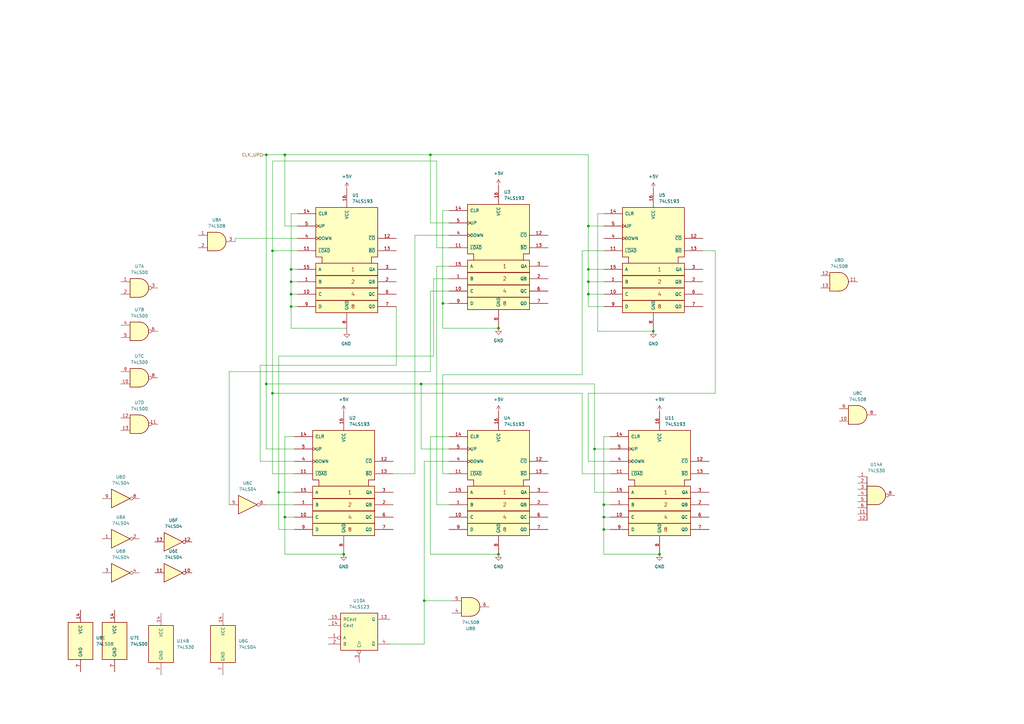
<source format=kicad_sch>
(kicad_sch (version 20231120) (generator "eeschema") (generator_version "8.0")
  (paper "A3")
  (lib_symbols
    (symbol "74xx:74LS00" (pin_names (offset 1.016))
      (property "Reference" "U" (at 0 1.27 0))
      (property "Value" "74LS00" (at 0 -1.27 0))
      (symbol "74LS00_1_1"
        (arc (start 0 -3.81) (mid 3.7934 0) (end 0 3.81) (stroke (width 0.254)) (fill (type background)))
        (polyline (pts (xy 0 3.81) (xy -3.81 3.81) (xy -3.81 -3.81) (xy 0 -3.81)) (stroke (width 0.254)) (fill (type background)))
        (pin input line (at -7.62 2.54 0) (length 3.81) (name "~") (number "1"))
        (pin input line (at -7.62 -2.54 0) (length 3.81) (name "~") (number "2"))
        (pin output inverted (at 7.62 0 180) (length 3.81) (name "~") (number "3"))
      )
      (symbol "74LS00_1_2"
        (arc (start -3.81 -3.81) (mid -2.589 0) (end -3.81 3.81) (stroke (width 0.254)))
        (arc (start -0.6096 -3.81) (mid 2.1842 -2.5851) (end 3.81 0) (stroke (width 0.254)) (fill (type background)))
        (polyline (pts (xy -3.81 -3.81) (xy -0.635 -3.81)) (stroke (width 0.254)) (fill (type background)))
        (polyline (pts (xy -3.81 3.81) (xy -0.635 3.81)) (stroke (width 0.254)) (fill (type background)))
        (polyline (pts (xy -0.635 3.81) (xy -3.81 3.81) (xy -3.81 3.81) (xy -3.556 3.4036) (xy -3.0226 2.2606) (xy -2.6924 1.0414) (xy -2.6162 -0.254) (xy -2.7686 -1.4986) (xy -3.175 -2.7178) (xy -3.81 -3.81) (xy -3.81 -3.81) (xy -0.635 -3.81)) (stroke (width -25.4)) (fill (type background)))
        (arc (start 3.81 0) (mid 2.1915 2.5936) (end -0.6096 3.81) (stroke (width 0.254)) (fill (type background)))
        (pin input inverted (at -7.62 2.54 0) (length 4.318) (name "~") (number "1"))
        (pin input inverted (at -7.62 -2.54 0) (length 4.318) (name "~") (number "2"))
        (pin output line (at 7.62 0 180) (length 3.81) (name "~") (number "3"))
      )
      (symbol "74LS00_2_1"
        (arc (start 0 -3.81) (mid 3.7934 0) (end 0 3.81) (stroke (width 0.254)) (fill (type background)))
        (polyline (pts (xy 0 3.81) (xy -3.81 3.81) (xy -3.81 -3.81) (xy 0 -3.81)) (stroke (width 0.254)) (fill (type background)))
        (pin input line (at -7.62 2.54 0) (length 3.81) (name "~") (number "4"))
        (pin input line (at -7.62 -2.54 0) (length 3.81) (name "~") (number "5"))
        (pin output inverted (at 7.62 0 180) (length 3.81) (name "~") (number "6"))
      )
      (symbol "74LS00_2_2"
        (arc (start -3.81 -3.81) (mid -2.589 0) (end -3.81 3.81) (stroke (width 0.254)))
        (arc (start -0.6096 -3.81) (mid 2.1842 -2.5851) (end 3.81 0) (stroke (width 0.254)) (fill (type background)))
        (polyline (pts (xy -3.81 -3.81) (xy -0.635 -3.81)) (stroke (width 0.254)) (fill (type background)))
        (polyline (pts (xy -3.81 3.81) (xy -0.635 3.81)) (stroke (width 0.254)) (fill (type background)))
        (polyline (pts (xy -0.635 3.81) (xy -3.81 3.81) (xy -3.81 3.81) (xy -3.556 3.4036) (xy -3.0226 2.2606) (xy -2.6924 1.0414) (xy -2.6162 -0.254) (xy -2.7686 -1.4986) (xy -3.175 -2.7178) (xy -3.81 -3.81) (xy -3.81 -3.81) (xy -0.635 -3.81)) (stroke (width -25.4)) (fill (type background)))
        (arc (start 3.81 0) (mid 2.1915 2.5936) (end -0.6096 3.81) (stroke (width 0.254)) (fill (type background)))
        (pin input inverted (at -7.62 2.54 0) (length 4.318) (name "~") (number "4"))
        (pin input inverted (at -7.62 -2.54 0) (length 4.318) (name "~") (number "5"))
        (pin output line (at 7.62 0 180) (length 3.81) (name "~") (number "6"))
      )
      (symbol "74LS00_3_1"
        (arc (start 0 -3.81) (mid 3.7934 0) (end 0 3.81) (stroke (width 0.254)) (fill (type background)))
        (polyline (pts (xy 0 3.81) (xy -3.81 3.81) (xy -3.81 -3.81) (xy 0 -3.81)) (stroke (width 0.254)) (fill (type background)))
        (pin input line (at -7.62 -2.54 0) (length 3.81) (name "~") (number "10"))
        (pin output inverted (at 7.62 0 180) (length 3.81) (name "~") (number "8"))
        (pin input line (at -7.62 2.54 0) (length 3.81) (name "~") (number "9"))
      )
      (symbol "74LS00_3_2"
        (arc (start -3.81 -3.81) (mid -2.589 0) (end -3.81 3.81) (stroke (width 0.254)))
        (arc (start -0.6096 -3.81) (mid 2.1842 -2.5851) (end 3.81 0) (stroke (width 0.254)) (fill (type background)))
        (polyline (pts (xy -3.81 -3.81) (xy -0.635 -3.81)) (stroke (width 0.254)) (fill (type background)))
        (polyline (pts (xy -3.81 3.81) (xy -0.635 3.81)) (stroke (width 0.254)) (fill (type background)))
        (polyline (pts (xy -0.635 3.81) (xy -3.81 3.81) (xy -3.81 3.81) (xy -3.556 3.4036) (xy -3.0226 2.2606) (xy -2.6924 1.0414) (xy -2.6162 -0.254) (xy -2.7686 -1.4986) (xy -3.175 -2.7178) (xy -3.81 -3.81) (xy -3.81 -3.81) (xy -0.635 -3.81)) (stroke (width -25.4)) (fill (type background)))
        (arc (start 3.81 0) (mid 2.1915 2.5936) (end -0.6096 3.81) (stroke (width 0.254)) (fill (type background)))
        (pin input inverted (at -7.62 -2.54 0) (length 4.318) (name "~") (number "10"))
        (pin output line (at 7.62 0 180) (length 3.81) (name "~") (number "8"))
        (pin input inverted (at -7.62 2.54 0) (length 4.318) (name "~") (number "9"))
      )
      (symbol "74LS00_4_1"
        (arc (start 0 -3.81) (mid 3.7934 0) (end 0 3.81) (stroke (width 0.254)) (fill (type background)))
        (polyline (pts (xy 0 3.81) (xy -3.81 3.81) (xy -3.81 -3.81) (xy 0 -3.81)) (stroke (width 0.254)) (fill (type background)))
        (pin output inverted (at 7.62 0 180) (length 3.81) (name "~") (number "11"))
        (pin input line (at -7.62 2.54 0) (length 3.81) (name "~") (number "12"))
        (pin input line (at -7.62 -2.54 0) (length 3.81) (name "~") (number "13"))
      )
      (symbol "74LS00_4_2"
        (arc (start -3.81 -3.81) (mid -2.589 0) (end -3.81 3.81) (stroke (width 0.254)))
        (arc (start -0.6096 -3.81) (mid 2.1842 -2.5851) (end 3.81 0) (stroke (width 0.254)) (fill (type background)))
        (polyline (pts (xy -3.81 -3.81) (xy -0.635 -3.81)) (stroke (width 0.254)) (fill (type background)))
        (polyline (pts (xy -3.81 3.81) (xy -0.635 3.81)) (stroke (width 0.254)) (fill (type background)))
        (polyline (pts (xy -0.635 3.81) (xy -3.81 3.81) (xy -3.81 3.81) (xy -3.556 3.4036) (xy -3.0226 2.2606) (xy -2.6924 1.0414) (xy -2.6162 -0.254) (xy -2.7686 -1.4986) (xy -3.175 -2.7178) (xy -3.81 -3.81) (xy -3.81 -3.81) (xy -0.635 -3.81)) (stroke (width -25.4)) (fill (type background)))
        (arc (start 3.81 0) (mid 2.1915 2.5936) (end -0.6096 3.81) (stroke (width 0.254)) (fill (type background)))
        (pin output line (at 7.62 0 180) (length 3.81) (name "~") (number "11"))
        (pin input inverted (at -7.62 2.54 0) (length 4.318) (name "~") (number "12"))
        (pin input inverted (at -7.62 -2.54 0) (length 4.318) (name "~") (number "13"))
      )
      (symbol "74LS00_5_0"
        (pin power_in line (at 0 12.7 270) (length 5.08) (name "VCC") (number "14"))
        (pin power_in line (at 0 -12.7 90) (length 5.08) (name "GND") (number "7"))
      )
      (symbol "74LS00_5_1"
        (rectangle (start -5.08 7.62) (end 5.08 -7.62) (stroke (width 0.254)) (fill (type background)))
      )
    )
    (symbol "74xx:74LS04"
      (property "Reference" "U" (at 0 1.27 0))
      (property "Value" "74LS04" (at 0 -1.27 0))
      (symbol "74LS04_1_0"
        (polyline (pts (xy -3.81 3.81) (xy -3.81 -3.81) (xy 3.81 0) (xy -3.81 3.81)) (stroke (width 0.254)) (fill (type background)))
        (pin input line (at -7.62 0 0) (length 3.81) (name "~") (number "1"))
        (pin output inverted (at 7.62 0 180) (length 3.81) (name "~") (number "2"))
      )
      (symbol "74LS04_2_0"
        (polyline (pts (xy -3.81 3.81) (xy -3.81 -3.81) (xy 3.81 0) (xy -3.81 3.81)) (stroke (width 0.254)) (fill (type background)))
        (pin input line (at -7.62 0 0) (length 3.81) (name "~") (number "3"))
        (pin output inverted (at 7.62 0 180) (length 3.81) (name "~") (number "4"))
      )
      (symbol "74LS04_3_0"
        (polyline (pts (xy -3.81 3.81) (xy -3.81 -3.81) (xy 3.81 0) (xy -3.81 3.81)) (stroke (width 0.254)) (fill (type background)))
        (pin input line (at -7.62 0 0) (length 3.81) (name "~") (number "5"))
        (pin output inverted (at 7.62 0 180) (length 3.81) (name "~") (number "6"))
      )
      (symbol "74LS04_4_0"
        (polyline (pts (xy -3.81 3.81) (xy -3.81 -3.81) (xy 3.81 0) (xy -3.81 3.81)) (stroke (width 0.254)) (fill (type background)))
        (pin output inverted (at 7.62 0 180) (length 3.81) (name "~") (number "8"))
        (pin input line (at -7.62 0 0) (length 3.81) (name "~") (number "9"))
      )
      (symbol "74LS04_5_0"
        (polyline (pts (xy -3.81 3.81) (xy -3.81 -3.81) (xy 3.81 0) (xy -3.81 3.81)) (stroke (width 0.254)) (fill (type background)))
        (pin output inverted (at 7.62 0 180) (length 3.81) (name "~") (number "10"))
        (pin input line (at -7.62 0 0) (length 3.81) (name "~") (number "11"))
      )
      (symbol "74LS04_6_0"
        (polyline (pts (xy -3.81 3.81) (xy -3.81 -3.81) (xy 3.81 0) (xy -3.81 3.81)) (stroke (width 0.254)) (fill (type background)))
        (pin output inverted (at 7.62 0 180) (length 3.81) (name "~") (number "12"))
        (pin input line (at -7.62 0 0) (length 3.81) (name "~") (number "13"))
      )
      (symbol "74LS04_7_0"
        (pin power_in line (at 0 12.7 270) (length 5.08) (name "VCC") (number "14"))
        (pin power_in line (at 0 -12.7 90) (length 5.08) (name "GND") (number "7"))
      )
      (symbol "74LS04_7_1"
        (rectangle (start -5.08 7.62) (end 5.08 -7.62) (stroke (width 0.254)) (fill (type background)))
      )
    )
    (symbol "74xx:74LS08" (pin_names (offset 1.016))
      (property "Reference" "U" (at 0 1.27 0))
      (property "Value" "74LS08" (at 0 -1.27 0))
      (symbol "74LS08_1_1"
        (arc (start 0 -3.81) (mid 3.7934 0) (end 0 3.81) (stroke (width 0.254)) (fill (type background)))
        (polyline (pts (xy 0 3.81) (xy -3.81 3.81) (xy -3.81 -3.81) (xy 0 -3.81)) (stroke (width 0.254)) (fill (type background)))
        (pin input line (at -7.62 2.54 0) (length 3.81) (name "~") (number "1"))
        (pin input line (at -7.62 -2.54 0) (length 3.81) (name "~") (number "2"))
        (pin output line (at 7.62 0 180) (length 3.81) (name "~") (number "3"))
      )
      (symbol "74LS08_1_2"
        (arc (start -3.81 -3.81) (mid -2.589 0) (end -3.81 3.81) (stroke (width 0.254)))
        (arc (start -0.6096 -3.81) (mid 2.1842 -2.5851) (end 3.81 0) (stroke (width 0.254)) (fill (type background)))
        (polyline (pts (xy -3.81 -3.81) (xy -0.635 -3.81)) (stroke (width 0.254)) (fill (type background)))
        (polyline (pts (xy -3.81 3.81) (xy -0.635 3.81)) (stroke (width 0.254)) (fill (type background)))
        (polyline (pts (xy -0.635 3.81) (xy -3.81 3.81) (xy -3.81 3.81) (xy -3.556 3.4036) (xy -3.0226 2.2606) (xy -2.6924 1.0414) (xy -2.6162 -0.254) (xy -2.7686 -1.4986) (xy -3.175 -2.7178) (xy -3.81 -3.81) (xy -3.81 -3.81) (xy -0.635 -3.81)) (stroke (width -25.4)) (fill (type background)))
        (arc (start 3.81 0) (mid 2.1915 2.5936) (end -0.6096 3.81) (stroke (width 0.254)) (fill (type background)))
        (pin input inverted (at -7.62 2.54 0) (length 4.318) (name "~") (number "1"))
        (pin input inverted (at -7.62 -2.54 0) (length 4.318) (name "~") (number "2"))
        (pin output inverted (at 7.62 0 180) (length 3.81) (name "~") (number "3"))
      )
      (symbol "74LS08_2_1"
        (arc (start 0 -3.81) (mid 3.7934 0) (end 0 3.81) (stroke (width 0.254)) (fill (type background)))
        (polyline (pts (xy 0 3.81) (xy -3.81 3.81) (xy -3.81 -3.81) (xy 0 -3.81)) (stroke (width 0.254)) (fill (type background)))
        (pin input line (at -7.62 2.54 0) (length 3.81) (name "~") (number "4"))
        (pin input line (at -7.62 -2.54 0) (length 3.81) (name "~") (number "5"))
        (pin output line (at 7.62 0 180) (length 3.81) (name "~") (number "6"))
      )
      (symbol "74LS08_2_2"
        (arc (start -3.81 -3.81) (mid -2.589 0) (end -3.81 3.81) (stroke (width 0.254)))
        (arc (start -0.6096 -3.81) (mid 2.1842 -2.5851) (end 3.81 0) (stroke (width 0.254)) (fill (type background)))
        (polyline (pts (xy -3.81 -3.81) (xy -0.635 -3.81)) (stroke (width 0.254)) (fill (type background)))
        (polyline (pts (xy -3.81 3.81) (xy -0.635 3.81)) (stroke (width 0.254)) (fill (type background)))
        (polyline (pts (xy -0.635 3.81) (xy -3.81 3.81) (xy -3.81 3.81) (xy -3.556 3.4036) (xy -3.0226 2.2606) (xy -2.6924 1.0414) (xy -2.6162 -0.254) (xy -2.7686 -1.4986) (xy -3.175 -2.7178) (xy -3.81 -3.81) (xy -3.81 -3.81) (xy -0.635 -3.81)) (stroke (width -25.4)) (fill (type background)))
        (arc (start 3.81 0) (mid 2.1915 2.5936) (end -0.6096 3.81) (stroke (width 0.254)) (fill (type background)))
        (pin input inverted (at -7.62 2.54 0) (length 4.318) (name "~") (number "4"))
        (pin input inverted (at -7.62 -2.54 0) (length 4.318) (name "~") (number "5"))
        (pin output inverted (at 7.62 0 180) (length 3.81) (name "~") (number "6"))
      )
      (symbol "74LS08_3_1"
        (arc (start 0 -3.81) (mid 3.7934 0) (end 0 3.81) (stroke (width 0.254)) (fill (type background)))
        (polyline (pts (xy 0 3.81) (xy -3.81 3.81) (xy -3.81 -3.81) (xy 0 -3.81)) (stroke (width 0.254)) (fill (type background)))
        (pin input line (at -7.62 -2.54 0) (length 3.81) (name "~") (number "10"))
        (pin output line (at 7.62 0 180) (length 3.81) (name "~") (number "8"))
        (pin input line (at -7.62 2.54 0) (length 3.81) (name "~") (number "9"))
      )
      (symbol "74LS08_3_2"
        (arc (start -3.81 -3.81) (mid -2.589 0) (end -3.81 3.81) (stroke (width 0.254)))
        (arc (start -0.6096 -3.81) (mid 2.1842 -2.5851) (end 3.81 0) (stroke (width 0.254)) (fill (type background)))
        (polyline (pts (xy -3.81 -3.81) (xy -0.635 -3.81)) (stroke (width 0.254)) (fill (type background)))
        (polyline (pts (xy -3.81 3.81) (xy -0.635 3.81)) (stroke (width 0.254)) (fill (type background)))
        (polyline (pts (xy -0.635 3.81) (xy -3.81 3.81) (xy -3.81 3.81) (xy -3.556 3.4036) (xy -3.0226 2.2606) (xy -2.6924 1.0414) (xy -2.6162 -0.254) (xy -2.7686 -1.4986) (xy -3.175 -2.7178) (xy -3.81 -3.81) (xy -3.81 -3.81) (xy -0.635 -3.81)) (stroke (width -25.4)) (fill (type background)))
        (arc (start 3.81 0) (mid 2.1915 2.5936) (end -0.6096 3.81) (stroke (width 0.254)) (fill (type background)))
        (pin input inverted (at -7.62 -2.54 0) (length 4.318) (name "~") (number "10"))
        (pin output inverted (at 7.62 0 180) (length 3.81) (name "~") (number "8"))
        (pin input inverted (at -7.62 2.54 0) (length 4.318) (name "~") (number "9"))
      )
      (symbol "74LS08_4_1"
        (arc (start 0 -3.81) (mid 3.7934 0) (end 0 3.81) (stroke (width 0.254)) (fill (type background)))
        (polyline (pts (xy 0 3.81) (xy -3.81 3.81) (xy -3.81 -3.81) (xy 0 -3.81)) (stroke (width 0.254)) (fill (type background)))
        (pin output line (at 7.62 0 180) (length 3.81) (name "~") (number "11"))
        (pin input line (at -7.62 2.54 0) (length 3.81) (name "~") (number "12"))
        (pin input line (at -7.62 -2.54 0) (length 3.81) (name "~") (number "13"))
      )
      (symbol "74LS08_4_2"
        (arc (start -3.81 -3.81) (mid -2.589 0) (end -3.81 3.81) (stroke (width 0.254)))
        (arc (start -0.6096 -3.81) (mid 2.1842 -2.5851) (end 3.81 0) (stroke (width 0.254)) (fill (type background)))
        (polyline (pts (xy -3.81 -3.81) (xy -0.635 -3.81)) (stroke (width 0.254)) (fill (type background)))
        (polyline (pts (xy -3.81 3.81) (xy -0.635 3.81)) (stroke (width 0.254)) (fill (type background)))
        (polyline (pts (xy -0.635 3.81) (xy -3.81 3.81) (xy -3.81 3.81) (xy -3.556 3.4036) (xy -3.0226 2.2606) (xy -2.6924 1.0414) (xy -2.6162 -0.254) (xy -2.7686 -1.4986) (xy -3.175 -2.7178) (xy -3.81 -3.81) (xy -3.81 -3.81) (xy -0.635 -3.81)) (stroke (width -25.4)) (fill (type background)))
        (arc (start 3.81 0) (mid 2.1915 2.5936) (end -0.6096 3.81) (stroke (width 0.254)) (fill (type background)))
        (pin output inverted (at 7.62 0 180) (length 3.81) (name "~") (number "11"))
        (pin input inverted (at -7.62 2.54 0) (length 4.318) (name "~") (number "12"))
        (pin input inverted (at -7.62 -2.54 0) (length 4.318) (name "~") (number "13"))
      )
      (symbol "74LS08_5_0"
        (pin power_in line (at 0 12.7 270) (length 5.08) (name "VCC") (number "14"))
        (pin power_in line (at 0 -12.7 90) (length 5.08) (name "GND") (number "7"))
      )
      (symbol "74LS08_5_1"
        (rectangle (start -5.08 7.62) (end 5.08 -7.62) (stroke (width 0.254)) (fill (type background)))
      )
    )
    (symbol "74xx:74LS123" (pin_names (offset 1.016))
      (property "Reference" "U" (at -7.62 8.89 0))
      (property "Value" "74LS123" (at -7.62 -8.89 0))
      (symbol "74LS123_1_0"
        (pin input inverted (at -12.7 -2.54 0) (length 5.08) (name "A") (number "1"))
        (pin output line (at 12.7 5.08 180) (length 5.08) (name "Q") (number "13"))
        (pin input line (at -12.7 2.54 0) (length 5.08) (name "Cext") (number "14"))
        (pin input line (at -12.7 5.08 0) (length 5.08) (name "RCext") (number "15"))
        (pin input line (at -12.7 -5.08 0) (length 5.08) (name "B") (number "2"))
        (pin input inverted (at 0 -12.7 90) (length 5.08) (name "Clr") (number "3"))
        (pin output line (at 12.7 -5.08 180) (length 5.08) (name "~{Q}") (number "4"))
      )
      (symbol "74LS123_1_1"
        (rectangle (start -7.62 7.62) (end 7.62 -7.62) (stroke (width 0.254)) (fill (type background)))
      )
      (symbol "74LS123_2_0"
        (pin input line (at -12.7 -5.08 0) (length 5.08) (name "B") (number "10"))
        (pin input inverted (at 0 -12.7 90) (length 5.08) (name "Clr") (number "11"))
        (pin output line (at 12.7 -5.08 180) (length 5.08) (name "~{Q}") (number "12"))
        (pin output line (at 12.7 5.08 180) (length 5.08) (name "Q") (number "5"))
        (pin input line (at -12.7 2.54 0) (length 5.08) (name "Cext") (number "6"))
        (pin input line (at -12.7 5.08 0) (length 5.08) (name "RCext") (number "7"))
        (pin input inverted (at -12.7 -2.54 0) (length 5.08) (name "A") (number "9"))
      )
      (symbol "74LS123_2_1"
        (rectangle (start -7.62 7.62) (end 7.62 -7.62) (stroke (width 0.254)) (fill (type background)))
      )
      (symbol "74LS123_3_0"
        (pin power_in line (at 0 12.7 270) (length 5.08) (name "VCC") (number "16"))
        (pin power_in line (at 0 -12.7 90) (length 5.08) (name "GND") (number "8"))
      )
      (symbol "74LS123_3_1"
        (rectangle (start -5.08 7.62) (end 5.08 -7.62) (stroke (width 0.254)) (fill (type background)))
      )
    )
    (symbol "74xx:74LS30" (pin_names (offset 1.016))
      (property "Reference" "U" (at 0 1.27 0))
      (property "Value" "74LS30" (at 0 -1.27 0))
      (symbol "74LS30_1_1"
        (arc (start 0 -3.81) (mid 3.7934 0) (end 0 3.81) (stroke (width 0.254)) (fill (type background)))
        (polyline (pts (xy -3.81 7.62) (xy -3.81 -10.16)) (stroke (width 0.254)))
        (polyline (pts (xy 0 3.81) (xy -3.81 3.81) (xy -3.81 -3.81) (xy 0 -3.81)) (stroke (width 0.254)) (fill (type background)))
        (pin input line (at -7.62 7.62 0) (length 3.81) (name "~") (number "1"))
        (pin input line (at -7.62 -7.62 0) (length 3.81) (name "~") (number "11"))
        (pin input line (at -7.62 -10.16 0) (length 3.81) (name "~") (number "12"))
        (pin input line (at -7.62 5.08 0) (length 3.81) (name "~") (number "2"))
        (pin input line (at -7.62 2.54 0) (length 3.81) (name "~") (number "3"))
        (pin input line (at -7.62 0 0) (length 3.81) (name "~") (number "4"))
        (pin input line (at -7.62 -2.54 0) (length 3.81) (name "~") (number "5"))
        (pin input line (at -7.62 -5.08 0) (length 3.81) (name "~") (number "6"))
        (pin output inverted (at 7.62 0 180) (length 3.81) (name "~") (number "8"))
      )
      (symbol "74LS30_1_2"
        (arc (start -3.81 -3.81) (mid -2.589 0) (end -3.81 3.81) (stroke (width 0.254)))
        (arc (start -0.6096 -3.81) (mid 2.1842 -2.5851) (end 3.81 0) (stroke (width 0.254)) (fill (type background)))
        (polyline (pts (xy -3.81 -3.81) (xy -3.81 -10.16)) (stroke (width 0.254)))
        (polyline (pts (xy -3.81 -3.81) (xy -0.635 -3.81)) (stroke (width 0.254)) (fill (type background)))
        (polyline (pts (xy -3.81 3.81) (xy -0.635 3.81)) (stroke (width 0.254)) (fill (type background)))
        (polyline (pts (xy -3.81 7.62) (xy -3.81 3.81)) (stroke (width 0.254)))
        (polyline (pts (xy -0.635 3.81) (xy -3.81 3.81) (xy -3.81 3.81) (xy -3.556 3.4036) (xy -3.0226 2.2606) (xy -2.6924 1.0414) (xy -2.6162 -0.254) (xy -2.7686 -1.4986) (xy -3.175 -2.7178) (xy -3.81 -3.81) (xy -3.81 -3.81) (xy -0.635 -3.81)) (stroke (width -25.4)) (fill (type background)))
        (arc (start 3.81 0) (mid 2.1915 2.5936) (end -0.6096 3.81) (stroke (width 0.254)) (fill (type background)))
        (pin input inverted (at -7.62 7.62 0) (length 3.81) (name "~") (number "1"))
        (pin input inverted (at -7.62 -7.62 0) (length 3.81) (name "~") (number "11"))
        (pin input inverted (at -7.62 -10.16 0) (length 3.81) (name "~") (number "12"))
        (pin input inverted (at -7.62 5.08 0) (length 3.81) (name "~") (number "2"))
        (pin input inverted (at -7.62 2.54 0) (length 4.5466) (name "~") (number "3"))
        (pin input inverted (at -7.62 0 0) (length 5.08) (name "~") (number "4"))
        (pin input inverted (at -7.62 -2.54 0) (length 4.5466) (name "~") (number "5"))
        (pin input inverted (at -7.62 -5.08 0) (length 3.81) (name "~") (number "6"))
        (pin output line (at 7.62 0 180) (length 3.81) (name "~") (number "8"))
      )
      (symbol "74LS30_2_0"
        (pin power_in line (at 0 12.7 270) (length 5.08) (name "VCC") (number "14"))
        (pin power_in line (at 0 -12.7 90) (length 5.08) (name "GND") (number "7"))
      )
      (symbol "74LS30_2_1"
        (rectangle (start -5.08 7.62) (end 5.08 -7.62) (stroke (width 0.254)) (fill (type background)))
      )
    )
    (symbol "74xx_IEEE:74LS193" (pin_names (offset 1.016))
      (property "Reference" "U" (at -6.35 12.7 0))
      (property "Value" "74LS193" (at 5.08 12.7 0))
      (symbol "74LS193_0_0"
        (text "1" (at 2.54 -2.54 0) (effects (font (size 1.524 1.524))))
        (text "2" (at 2.54 -7.62 0) (effects (font (size 1.524 1.524))))
        (text "4" (at 2.54 -12.7 0) (effects (font (size 1.524 1.524))))
        (text "8" (at 2.54 -17.78 0) (effects (font (size 1.524 1.524))))
        (pin power_in line (at 0 30.48 270) (length 7.62) (name "VCC") (number "16"))
        (pin power_in line (at 0 -27.94 90) (length 7.62) (name "GND") (number "8"))
      )
      (symbol "74LS193_0_1"
        (rectangle (start -12.7 -15.24) (end 12.7 -20.32) (stroke (width 0.254)) (fill (type background)))
        (rectangle (start -12.7 -10.16) (end 12.7 -15.24) (stroke (width 0.254)) (fill (type background)))
        (rectangle (start -12.7 -5.08) (end 12.7 -10.16) (stroke (width 0.254)) (fill (type background)))
        (rectangle (start -12.7 0) (end 12.7 -5.08) (stroke (width 0.254)) (fill (type background)))
        (polyline (pts (xy -10.16 0) (xy -10.16 2.54) (xy -12.7 2.54) (xy -12.7 22.86) (xy 12.7 22.86) (xy 12.7 2.54) (xy 10.16 2.54) (xy 10.16 0) (xy 10.16 0)) (stroke (width 0.254)) (fill (type background)))
      )
      (symbol "74LS193_1_1"
        (pin input line (at -20.32 -7.62 0) (length 7.62) (name "B") (number "1"))
        (pin input line (at -20.32 -12.7 0) (length 7.62) (name "C") (number "10"))
        (pin input line (at -20.32 5.08 0) (length 7.62) (name "~{LOAD}") (number "11"))
        (pin output line (at 20.32 10.16 180) (length 7.62) (name "~{CO}") (number "12"))
        (pin output line (at 20.32 5.08 180) (length 7.62) (name "~{BO}") (number "13"))
        (pin input line (at -20.32 20.32 0) (length 7.62) (name "CLR") (number "14"))
        (pin input line (at -20.32 -2.54 0) (length 7.62) (name "A") (number "15"))
        (pin output line (at 20.32 -7.62 180) (length 7.62) (name "QB") (number "2"))
        (pin output line (at 20.32 -2.54 180) (length 7.62) (name "QA") (number "3"))
        (pin input clock (at -20.32 10.16 0) (length 7.62) (name "DOWN") (number "4"))
        (pin input clock (at -20.32 15.24 0) (length 7.62) (name "UP") (number "5"))
        (pin output line (at 20.32 -12.7 180) (length 7.62) (name "QC") (number "6"))
        (pin output line (at 20.32 -17.78 180) (length 7.62) (name "QD") (number "7"))
        (pin input line (at -20.32 -17.78 0) (length 7.62) (name "D") (number "9"))
      )
    )
    (symbol "power:+5V" (power) (pin_numbers hide) (pin_names (offset 0) hide)
      (property "Value" "+5V" (at 0 3.556 0))
      (symbol "+5V_0_1"
        (polyline (pts (xy -0.762 1.27) (xy 0 2.54)))
        (polyline (pts (xy 0 0) (xy 0 2.54)))
        (polyline (pts (xy 0 2.54) (xy 0.762 1.27)))
      )
      (symbol "+5V_1_1"
        (pin power_in line (at 0 0 90) (length 0) (name "~") (number "1"))
      )
    )
    (symbol "power:GND" (power) (pin_numbers hide) (pin_names (offset 0) hide)
      (property "Value" "GND" (at 0 -3.81 0))
      (symbol "GND_0_1"
        (polyline (pts (xy 0 0) (xy 0 -1.27) (xy 1.27 -1.27) (xy 0 -2.54) (xy -1.27 -1.27) (xy 0 -1.27)))
      )
      (symbol "GND_1_1"
        (pin power_in line (at 0 0 270) (length 0) (name "~") (number "1"))
      )
    )
  )
  (junction (at 173.99 246.38))
  (junction (at 204.47 134.62))
  (junction (at 247.65 207.01))
  (junction (at 247.65 217.17))
  (junction (at 241.3 115.57))
  (junction (at 241.3 120.65))
  (junction (at 270.51 227.33))
  (junction (at 181.61 124.46))
  (junction (at 119.38 110.49))
  (junction (at 176.53 63.5))
  (junction (at 140.97 227.33))
  (junction (at 241.3 92.71))
  (junction (at 116.84 63.5))
  (junction (at 119.38 125.73))
  (junction (at 243.84 184.15))
  (junction (at 119.38 120.65))
  (junction (at 116.84 212.09))
  (junction (at 241.3 110.49))
  (junction (at 119.38 115.57))
  (junction (at 114.3 201.93))
  (junction (at 267.97 135.89))
  (junction (at 109.22 63.5))
  (junction (at 172.72 157.48))
  (junction (at 109.22 157.48))
  (junction (at 111.76 161.29))
  (junction (at 111.76 102.87))
  (junction (at 247.65 212.09))
  (junction (at 204.47 227.33))
  (wire (pts (xy 179.07 101.6) (xy 179.07 66.04)))
  (wire (pts (xy 109.22 184.15) (xy 109.22 157.48)))
  (wire (pts (xy 96.52 97.79) (xy 96.52 99.06)))
  (wire (pts (xy 119.38 120.65) (xy 121.92 120.65)))
  (wire (pts (xy 120.65 184.15) (xy 109.22 184.15)))
  (wire (pts (xy 162.56 149.86) (xy 106.68 149.86)))
  (wire (pts (xy 270.51 227.33) (xy 247.65 227.33)))
  (wire (pts (xy 247.65 120.65) (xy 241.3 120.65)))
  (wire (pts (xy 184.15 184.15) (xy 172.72 184.15)))
  (wire (pts (xy 114.3 146.05) (xy 177.8 146.05)))
  (wire (pts (xy 250.19 184.15) (xy 243.84 184.15)))
  (wire (pts (xy 121.92 97.79) (xy 96.52 97.79)))
  (wire (pts (xy 241.3 125.73) (xy 241.3 120.65)))
  (wire (pts (xy 241.3 115.57) (xy 241.3 120.65)))
  (wire (pts (xy 173.99 264.16) (xy 173.99 246.38)))
  (wire (pts (xy 247.65 110.49) (xy 241.3 110.49)))
  (wire (pts (xy 120.65 212.09) (xy 116.84 212.09)))
  (wire (pts (xy 111.76 161.29) (xy 111.76 194.31)))
  (wire (pts (xy 121.92 110.49) (xy 119.38 110.49)))
  (wire (pts (xy 176.53 179.07) (xy 184.15 179.07)))
  (wire (pts (xy 170.18 194.31) (xy 170.18 96.52)))
  (wire (pts (xy 184.15 109.22) (xy 179.07 109.22)))
  (wire (pts (xy 162.56 125.73) (xy 162.56 149.86)))
  (wire (pts (xy 238.76 194.31) (xy 250.19 194.31)))
  (wire (pts (xy 179.07 66.04) (xy 111.76 66.04)))
  (wire (pts (xy 173.99 189.23) (xy 173.99 246.38)))
  (wire (pts (xy 181.61 194.31) (xy 181.61 153.67)))
  (wire (pts (xy 176.53 227.33) (xy 176.53 179.07)))
  (wire (pts (xy 245.11 87.63) (xy 247.65 87.63)))
  (wire (pts (xy 250.19 201.93) (xy 243.84 201.93)))
  (wire (pts (xy 181.61 124.46) (xy 181.61 86.36)))
  (wire (pts (xy 179.07 109.22) (xy 179.07 207.01)))
  (wire (pts (xy 93.98 207.01) (xy 93.98 152.4)))
  (wire (pts (xy 119.38 115.57) (xy 121.92 115.57)))
  (wire (pts (xy 238.76 102.87) (xy 247.65 102.87)))
  (wire (pts (xy 106.68 189.23) (xy 120.65 189.23)))
  (wire (pts (xy 241.3 63.5) (xy 241.3 92.71)))
  (wire (pts (xy 181.61 153.67) (xy 238.76 153.67)))
  (wire (pts (xy 111.76 102.87) (xy 121.92 102.87)))
  (wire (pts (xy 119.38 110.49) (xy 119.38 87.63)))
  (wire (pts (xy 172.72 157.48) (xy 109.22 157.48)))
  (wire (pts (xy 109.22 63.5) (xy 116.84 63.5)))
  (wire (pts (xy 288.29 102.87) (xy 293.37 102.87)))
  (wire (pts (xy 184.15 91.44) (xy 176.53 91.44)))
  (wire (pts (xy 267.97 135.89) (xy 245.11 135.89)))
  (wire (pts (xy 114.3 217.17) (xy 120.65 217.17)))
  (wire (pts (xy 247.65 212.09) (xy 247.65 207.01)))
  (wire (pts (xy 119.38 87.63) (xy 121.92 87.63)))
  (wire (pts (xy 241.3 92.71) (xy 241.3 110.49)))
  (wire (pts (xy 116.84 212.09) (xy 116.84 179.07)))
  (wire (pts (xy 176.53 119.38) (xy 184.15 119.38)))
  (wire (pts (xy 177.8 114.3) (xy 184.15 114.3)))
  (wire (pts (xy 181.61 124.46) (xy 184.15 124.46)))
  (wire (pts (xy 184.15 194.31) (xy 181.61 194.31)))
  (wire (pts (xy 119.38 120.65) (xy 119.38 125.73)))
  (wire (pts (xy 245.11 135.89) (xy 245.11 87.63)))
  (wire (pts (xy 109.22 157.48) (xy 109.22 63.5)))
  (wire (pts (xy 114.3 201.93) (xy 114.3 146.05)))
  (wire (pts (xy 116.84 179.07) (xy 120.65 179.07)))
  (wire (pts (xy 119.38 134.62) (xy 142.24 134.62)))
  (wire (pts (xy 243.84 184.15) (xy 243.84 157.48)))
  (wire (pts (xy 204.47 134.62) (xy 181.61 134.62)))
  (wire (pts (xy 293.37 161.29) (xy 241.3 161.29)))
  (wire (pts (xy 184.15 189.23) (xy 173.99 189.23)))
  (wire (pts (xy 247.65 207.01) (xy 250.19 207.01)))
  (wire (pts (xy 116.84 92.71) (xy 116.84 63.5)))
  (wire (pts (xy 111.76 161.29) (xy 238.76 161.29)))
  (wire (pts (xy 247.65 212.09) (xy 250.19 212.09)))
  (wire (pts (xy 247.65 217.17) (xy 247.65 212.09)))
  (wire (pts (xy 176.53 152.4) (xy 176.53 119.38)))
  (wire (pts (xy 116.84 227.33) (xy 140.97 227.33)))
  (wire (pts (xy 160.02 264.16) (xy 173.99 264.16)))
  (wire (pts (xy 241.3 110.49) (xy 241.3 115.57)))
  (wire (pts (xy 241.3 161.29) (xy 241.3 189.23)))
  (wire (pts (xy 247.65 115.57) (xy 241.3 115.57)))
  (wire (pts (xy 247.65 217.17) (xy 250.19 217.17)))
  (wire (pts (xy 238.76 153.67) (xy 238.76 102.87)))
  (wire (pts (xy 176.53 91.44) (xy 176.53 63.5)))
  (wire (pts (xy 111.76 66.04) (xy 111.76 102.87)))
  (wire (pts (xy 109.22 207.01) (xy 120.65 207.01)))
  (wire (pts (xy 204.47 227.33) (xy 176.53 227.33)))
  (wire (pts (xy 241.3 189.23) (xy 250.19 189.23)))
  (wire (pts (xy 119.38 125.73) (xy 121.92 125.73)))
  (wire (pts (xy 120.65 201.93) (xy 114.3 201.93)))
  (wire (pts (xy 247.65 207.01) (xy 247.65 179.07)))
  (wire (pts (xy 181.61 86.36) (xy 184.15 86.36)))
  (wire (pts (xy 114.3 201.93) (xy 114.3 217.17)))
  (wire (pts (xy 181.61 134.62) (xy 181.61 124.46)))
  (wire (pts (xy 161.29 194.31) (xy 170.18 194.31)))
  (wire (pts (xy 179.07 207.01) (xy 184.15 207.01)))
  (wire (pts (xy 243.84 201.93) (xy 243.84 184.15)))
  (wire (pts (xy 176.53 63.5) (xy 241.3 63.5)))
  (wire (pts (xy 247.65 125.73) (xy 241.3 125.73)))
  (wire (pts (xy 177.8 146.05) (xy 177.8 114.3)))
  (wire (pts (xy 116.84 63.5) (xy 176.53 63.5)))
  (wire (pts (xy 107.95 63.5) (xy 109.22 63.5)))
  (wire (pts (xy 170.18 96.52) (xy 184.15 96.52)))
  (wire (pts (xy 241.3 92.71) (xy 247.65 92.71)))
  (wire (pts (xy 111.76 194.31) (xy 120.65 194.31)))
  (wire (pts (xy 247.65 227.33) (xy 247.65 217.17)))
  (wire (pts (xy 293.37 102.87) (xy 293.37 161.29)))
  (wire (pts (xy 119.38 110.49) (xy 119.38 115.57)))
  (wire (pts (xy 119.38 115.57) (xy 119.38 120.65)))
  (wire (pts (xy 116.84 212.09) (xy 116.84 227.33)))
  (wire (pts (xy 93.98 152.4) (xy 176.53 152.4)))
  (wire (pts (xy 184.15 101.6) (xy 179.07 101.6)))
  (wire (pts (xy 172.72 157.48) (xy 172.72 184.15)))
  (wire (pts (xy 247.65 179.07) (xy 250.19 179.07)))
  (wire (pts (xy 173.99 246.38) (xy 185.42 246.38)))
  (wire (pts (xy 243.84 157.48) (xy 172.72 157.48)))
  (wire (pts (xy 119.38 125.73) (xy 119.38 134.62)))
  (wire (pts (xy 106.68 149.86) (xy 106.68 189.23)))
  (wire (pts (xy 121.92 92.71) (xy 116.84 92.71)))
  (wire (pts (xy 238.76 161.29) (xy 238.76 194.31)))
  (wire (pts (xy 111.76 102.87) (xy 111.76 161.29)))
  (hierarchical_label "CLK_UP" (shape input) (at 107.95 63.5 180))
  (symbol (lib_id "74xx_IEEE:74LS193") (at 142.24 107.95 0) (unit 1)
    (property "Reference" "U1" (at 144.4341 80.01 0) (effects (justify left)))
    (property "Value" "74LS193" (at 144.4341 82.55 0) (effects (justify left)))
    (property "Footprint" "Package_DIP:DIP-16_W7.62mm" (effects (hide yes)))
    (property "Datasheet" "http://www.ti.com/lit/ds/symlink/sn74ls193.pdf" (effects (hide yes)))
    (property "Description" "Synchronous 4-bit Up/Down (2 clk) counter" (effects (hide yes)))
  )
  (symbol (lib_id "power:GND") (at 204.47 134.62 0) (unit 1)
    (property "Reference" "#PWR036" (effects (hide yes)))
    (property "Value" "GND" (at 204.47 139.7 0))
    (property "Description" "Power symbol creates a global label with name \"GND\" , ground" (effects (hide yes)))
  )
  (symbol (lib_id "74xx:74LS04") (at 49.53 204.47 0) (unit 4)
    (property "Reference" "U6" (at 49.53 195.58 0))
    (property "Value" "74LS04" (at 49.53 198.12 0))
    (property "Footprint" "Package_DIP:DIP-14_W7.62mm" (effects (hide yes)))
    (property "Datasheet" "http://www.ti.com/lit/gpn/sn74LS04" (effects (hide yes)))
    (property "Description" "Hex Inverter" (effects (hide yes)))
  )
  (symbol (lib_id "74xx:74LS08") (at 351.79 170.18 0) (unit 3)
    (property "Reference" "U8" (at 351.7817 161.29 0))
    (property "Value" "74LS08" (at 351.7817 163.83 0))
    (property "Footprint" "Package_DIP:DIP-14_W7.62mm" (effects (hide yes)))
    (property "Datasheet" "http://www.ti.com/lit/gpn/sn74LS08" (effects (hide yes)))
    (property "Description" "Quad And2" (effects (hide yes)))
  )
  (symbol (lib_id "74xx:74LS00") (at 57.15 154.94 0) (unit 3)
    (property "Reference" "U7" (at 57.1417 146.05 0))
    (property "Value" "74LS00" (at 57.1417 148.59 0))
    (property "Footprint" "Package_DIP:DIP-14_W7.62mm" (effects (hide yes)))
    (property "Datasheet" "http://www.ti.com/lit/gpn/sn74ls00" (effects (hide yes)))
    (property "Description" "quad 2-input NAND gate" (effects (hide yes)))
  )
  (symbol (lib_id "74xx:74LS04") (at 91.44 264.16 0) (unit 7)
    (property "Reference" "U6" (at 97.79 262.8899 0) (effects (justify left)))
    (property "Value" "74LS04" (at 97.79 265.4299 0) (effects (justify left)))
    (property "Footprint" "Package_DIP:DIP-14_W7.62mm" (effects (hide yes)))
    (property "Datasheet" "http://www.ti.com/lit/gpn/sn74LS04" (effects (hide yes)))
    (property "Description" "Hex Inverter" (effects (hide yes)))
  )
  (symbol (lib_id "74xx_IEEE:74LS193") (at 267.97 107.95 0) (unit 1)
    (property "Reference" "U5" (at 270.1641 80.01 0) (effects (justify left)))
    (property "Value" "74LS193" (at 270.1641 82.55 0) (effects (justify left)))
    (property "Footprint" "Package_DIP:DIP-16_W7.62mm" (effects (hide yes)))
    (property "Datasheet" "http://www.ti.com/lit/ds/symlink/sn74ls193.pdf" (effects (hide yes)))
    (property "Description" "Synchronous 4-bit Up/Down (2 clk) counter" (effects (hide yes)))
  )
  (symbol (lib_id "74xx:74LS08") (at 193.04 248.92 0) (mirror x) (unit 2)
    (property "Reference" "U8" (at 193.0317 257.81 0))
    (property "Value" "74LS08" (at 193.0317 255.27 0))
    (property "Footprint" "Package_DIP:DIP-14_W7.62mm" (effects (hide yes)))
    (property "Datasheet" "http://www.ti.com/lit/gpn/sn74LS08" (effects (hide yes)))
    (property "Description" "Quad And2" (effects (hide yes)))
  )
  (symbol (lib_id "power:+5V") (at 267.97 77.47 0) (unit 1)
    (property "Reference" "#PWR031" (effects (hide yes)))
    (property "Value" "+5V" (at 267.97 72.39 0))
    (property "Description" "Power symbol creates a global label with name \"+5V\"" (effects (hide yes)))
  )
  (symbol (lib_id "power:GND") (at 270.51 227.33 0) (unit 1)
    (property "Reference" "#PWR038" (effects (hide yes)))
    (property "Value" "GND" (at 270.51 232.41 0))
    (property "Description" "Power symbol creates a global label with name \"GND\" , ground" (effects (hide yes)))
  )
  (symbol (lib_id "74xx:74LS04") (at 49.53 220.98 0) (unit 1)
    (property "Reference" "U6" (at 49.53 212.09 0))
    (property "Value" "74LS04" (at 49.53 214.63 0))
    (property "Footprint" "Package_DIP:DIP-14_W7.62mm" (effects (hide yes)))
    (property "Datasheet" "http://www.ti.com/lit/gpn/sn74LS04" (effects (hide yes)))
    (property "Description" "Hex Inverter" (effects (hide yes)))
  )
  (symbol (lib_id "power:+5V") (at 204.47 168.91 0) (unit 1)
    (property "Reference" "#PWR033" (effects (hide yes)))
    (property "Value" "+5V" (at 204.47 163.83 0))
    (property "Description" "Power symbol creates a global label with name \"+5V\"" (effects (hide yes)))
  )
  (symbol (lib_id "74xx:74LS08") (at 344.17 115.57 0) (unit 4)
    (property "Reference" "U8" (at 344.1617 106.68 0))
    (property "Value" "74LS08" (at 344.1617 109.22 0))
    (property "Footprint" "Package_DIP:DIP-14_W7.62mm" (effects (hide yes)))
    (property "Datasheet" "http://www.ti.com/lit/gpn/sn74LS08" (effects (hide yes)))
    (property "Description" "Quad And2" (effects (hide yes)))
  )
  (symbol (lib_id "74xx_IEEE:74LS193") (at 204.47 106.68 0) (unit 1)
    (property "Reference" "U3" (at 206.6641 78.74 0) (effects (justify left)))
    (property "Value" "74LS193" (at 206.6641 81.28 0) (effects (justify left)))
    (property "Footprint" "Package_DIP:DIP-16_W7.62mm" (effects (hide yes)))
    (property "Datasheet" "http://www.ti.com/lit/ds/symlink/sn74ls193.pdf" (effects (hide yes)))
    (property "Description" "Synchronous 4-bit Up/Down (2 clk) counter" (effects (hide yes)))
  )
  (symbol (lib_id "74xx:74LS00") (at 57.15 173.99 0) (unit 4)
    (property "Reference" "U7" (at 57.1417 165.1 0))
    (property "Value" "74LS00" (at 57.1417 167.64 0))
    (property "Footprint" "Package_DIP:DIP-14_W7.62mm" (effects (hide yes)))
    (property "Datasheet" "http://www.ti.com/lit/gpn/sn74ls00" (effects (hide yes)))
    (property "Description" "quad 2-input NAND gate" (effects (hide yes)))
  )
  (symbol (lib_id "74xx:74LS00") (at 57.15 135.89 0) (unit 2)
    (property "Reference" "U7" (at 57.1417 127 0))
    (property "Value" "74LS00" (at 57.1417 129.54 0))
    (property "Footprint" "Package_DIP:DIP-14_W7.62mm" (effects (hide yes)))
    (property "Datasheet" "http://www.ti.com/lit/gpn/sn74ls00" (effects (hide yes)))
    (property "Description" "quad 2-input NAND gate" (effects (hide yes)))
  )
  (symbol (lib_id "74xx:74LS00") (at 57.15 118.11 0) (unit 1)
    (property "Reference" "U7" (at 57.1417 109.22 0))
    (property "Value" "74LS00" (at 57.1417 111.76 0))
    (property "Footprint" "Package_DIP:DIP-14_W7.62mm" (effects (hide yes)))
    (property "Datasheet" "http://www.ti.com/lit/gpn/sn74ls00" (effects (hide yes)))
    (property "Description" "quad 2-input NAND gate" (effects (hide yes)))
  )
  (symbol (lib_id "power:+5V") (at 140.97 168.91 0) (unit 1)
    (property "Reference" "#PWR034" (effects (hide yes)))
    (property "Value" "+5V" (at 140.97 163.83 0))
    (property "Description" "Power symbol creates a global label with name \"+5V\"" (effects (hide yes)))
  )
  (symbol (lib_id "power:+5V") (at 270.51 168.91 0) (unit 1)
    (property "Reference" "#PWR032" (effects (hide yes)))
    (property "Value" "+5V" (at 270.51 163.83 0))
    (property "Description" "Power symbol creates a global label with name \"+5V\"" (effects (hide yes)))
  )
  (symbol (lib_id "74xx:74LS04") (at 101.6 207.01 0) (unit 3)
    (property "Reference" "U6" (at 101.6 198.12 0))
    (property "Value" "74LS04" (at 101.6 200.66 0))
    (property "Footprint" "Package_DIP:DIP-14_W7.62mm" (effects (hide yes)))
    (property "Datasheet" "http://www.ti.com/lit/gpn/sn74LS04" (effects (hide yes)))
    (property "Description" "Hex Inverter" (effects (hide yes)))
  )
  (symbol (lib_id "74xx:74LS30") (at 359.41 203.2 0) (unit 1)
    (property "Reference" "U14" (at 359.4017 190.5 0))
    (property "Value" "74LS30" (at 359.4017 193.04 0))
    (property "Footprint" "Package_DIP:DIP-14_W7.62mm" (effects (hide yes)))
    (property "Datasheet" "http://www.ti.com/lit/gpn/sn74LS30" (effects (hide yes)))
    (property "Description" "8-input NAND" (effects (hide yes)))
  )
  (symbol (lib_id "power:GND") (at 267.97 135.89 0) (unit 1)
    (property "Reference" "#PWR037" (effects (hide yes)))
    (property "Value" "GND" (at 267.97 140.97 0))
    (property "Description" "Power symbol creates a global label with name \"GND\" , ground" (effects (hide yes)))
  )
  (symbol (lib_id "74xx:74LS04") (at 71.12 222.25 0) (unit 6)
    (property "Reference" "U6" (at 71.12 213.36 0))
    (property "Value" "74LS04" (at 71.12 215.9 0))
    (property "Footprint" "Package_DIP:DIP-14_W7.62mm" (effects (hide yes)))
    (property "Datasheet" "http://www.ti.com/lit/gpn/sn74LS04" (effects (hide yes)))
    (property "Description" "Hex Inverter" (effects (hide yes)))
  )
  (symbol (lib_id "power:GND") (at 140.97 227.33 0) (unit 1)
    (property "Reference" "#PWR040" (effects (hide yes)))
    (property "Value" "GND" (at 140.97 232.41 0))
    (property "Description" "Power symbol creates a global label with name \"GND\" , ground" (effects (hide yes)))
  )
  (symbol (lib_id "74xx:74LS123") (at 147.32 259.08 0) (unit 1)
    (property "Reference" "U10" (at 147.32 246.38 0))
    (property "Value" "74LS123" (at 147.32 248.92 0))
    (property "Footprint" "Package_DIP:DIP-16_W7.62mm" (effects (hide yes)))
    (property "Datasheet" "http://www.ti.com/lit/gpn/sn74LS123" (effects (hide yes)))
    (property "Description" "Dual retriggerable Monostable" (effects (hide yes)))
  )
  (symbol (lib_id "power:GND") (at 142.24 135.89 0) (unit 1)
    (property "Reference" "#PWR035" (effects (hide yes)))
    (property "Value" "GND" (at 141.986 140.97 0))
    (property "Description" "Power symbol creates a global label with name \"GND\" , ground" (effects (hide yes)))
  )
  (symbol (lib_id "power:GND") (at 204.47 227.33 0) (unit 1)
    (property "Reference" "#PWR039" (effects (hide yes)))
    (property "Value" "GND" (at 204.47 232.41 0))
    (property "Description" "Power symbol creates a global label with name \"GND\" , ground" (effects (hide yes)))
  )
  (symbol (lib_id "power:+5V") (at 142.24 77.47 0) (unit 1)
    (property "Reference" "#PWR029" (effects (hide yes)))
    (property "Value" "+5V" (at 142.24 72.39 0))
    (property "Description" "Power symbol creates a global label with name \"+5V\"" (effects (hide yes)))
  )
  (symbol (lib_id "74xx:74LS04") (at 71.12 234.95 0) (unit 5)
    (property "Reference" "U6" (at 71.12 226.06 0))
    (property "Value" "74LS04" (at 71.12 228.6 0))
    (property "Footprint" "Package_DIP:DIP-14_W7.62mm" (effects (hide yes)))
    (property "Datasheet" "http://www.ti.com/lit/gpn/sn74LS04" (effects (hide yes)))
    (property "Description" "Hex Inverter" (effects (hide yes)))
  )
  (symbol (lib_id "74xx_IEEE:74LS193") (at 204.47 199.39 0) (unit 1)
    (property "Reference" "U4" (at 206.6641 171.45 0) (effects (justify left)))
    (property "Value" "74LS193" (at 206.6641 173.99 0) (effects (justify left)))
    (property "Footprint" "Package_DIP:DIP-16_W7.62mm" (effects (hide yes)))
    (property "Datasheet" "http://www.ti.com/lit/ds/symlink/sn74ls193.pdf" (effects (hide yes)))
    (property "Description" "Synchronous 4-bit Up/Down (2 clk) counter" (effects (hide yes)))
  )
  (symbol (lib_id "74xx_IEEE:74LS193") (at 140.97 199.39 0) (unit 1)
    (property "Reference" "U2" (at 143.1641 171.45 0) (effects (justify left)))
    (property "Value" "74LS193" (at 143.1641 173.99 0) (effects (justify left)))
    (property "Footprint" "Package_DIP:DIP-16_W7.62mm" (effects (hide yes)))
    (property "Datasheet" "http://www.ti.com/lit/ds/symlink/sn74ls193.pdf" (effects (hide yes)))
    (property "Description" "Synchronous 4-bit Up/Down (2 clk) counter" (effects (hide yes)))
  )
  (symbol (lib_id "74xx:74LS08") (at 88.9 99.06 0) (unit 1)
    (property "Reference" "U8" (at 88.8917 90.17 0))
    (property "Value" "74LS08" (at 88.8917 92.71 0))
    (property "Footprint" "Package_DIP:DIP-14_W7.62mm" (effects (hide yes)))
    (property "Datasheet" "http://www.ti.com/lit/gpn/sn74LS08" (effects (hide yes)))
    (property "Description" "Quad And2" (effects (hide yes)))
  )
  (symbol (lib_id "74xx:74LS08") (at 33.02 262.89 0) (unit 5)
    (property "Reference" "U8" (at 39.37 261.6199 0) (effects (justify left)))
    (property "Value" "74LS08" (at 39.37 264.1599 0) (effects (justify left)))
    (property "Footprint" "Package_DIP:DIP-14_W7.62mm" (effects (hide yes)))
    (property "Datasheet" "http://www.ti.com/lit/gpn/sn74LS08" (effects (hide yes)))
    (property "Description" "Quad And2" (effects (hide yes)))
  )
  (symbol (lib_id "74xx:74LS04") (at 49.53 234.95 0) (unit 2)
    (property "Reference" "U6" (at 49.53 226.06 0))
    (property "Value" "74LS04" (at 49.53 228.6 0))
    (property "Footprint" "Package_DIP:DIP-14_W7.62mm" (effects (hide yes)))
    (property "Datasheet" "http://www.ti.com/lit/gpn/sn74LS04" (effects (hide yes)))
    (property "Description" "Hex Inverter" (effects (hide yes)))
  )
  (symbol (lib_id "74xx:74LS00") (at 46.99 262.89 0) (unit 5)
    (property "Reference" "U7" (at 53.34 261.6199 0) (effects (justify left)))
    (property "Value" "74LS00" (at 53.34 264.1599 0) (effects (justify left)))
    (property "Footprint" "Package_DIP:DIP-14_W7.62mm" (effects (hide yes)))
    (property "Datasheet" "http://www.ti.com/lit/gpn/sn74ls00" (effects (hide yes)))
    (property "Description" "quad 2-input NAND gate" (effects (hide yes)))
  )
  (symbol (lib_id "74xx:74LS30") (at 66.04 264.16 0) (unit 2)
    (property "Reference" "U14" (at 72.39 262.8899 0) (effects (justify left)))
    (property "Value" "74LS30" (at 72.39 265.4299 0) (effects (justify left)))
    (property "Footprint" "Package_DIP:DIP-14_W7.62mm" (effects (hide yes)))
    (property "Datasheet" "http://www.ti.com/lit/gpn/sn74LS30" (effects (hide yes)))
    (property "Description" "8-input NAND" (effects (hide yes)))
  )
  (symbol (lib_id "74xx_IEEE:74LS193") (at 270.51 199.39 0) (unit 1)
    (property "Reference" "U11" (at 272.7041 171.45 0) (effects (justify left)))
    (property "Value" "74LS193" (at 272.7041 173.99 0) (effects (justify left)))
    (property "Footprint" "Package_DIP:DIP-16_W7.62mm" (effects (hide yes)))
    (property "Datasheet" "http://www.ti.com/lit/ds/symlink/sn74ls193.pdf" (effects (hide yes)))
    (property "Description" "Synchronous 4-bit Up/Down (2 clk) counter" (effects (hide yes)))
  )
  (symbol (lib_id "power:+5V") (at 204.47 76.2 0) (unit 1)
    (property "Reference" "#PWR030" (effects (hide yes)))
    (property "Value" "+5V" (at 204.47 71.12 0))
    (property "Description" "Power symbol creates a global label with name \"+5V\"" (effects (hide yes)))
  )
)
</source>
